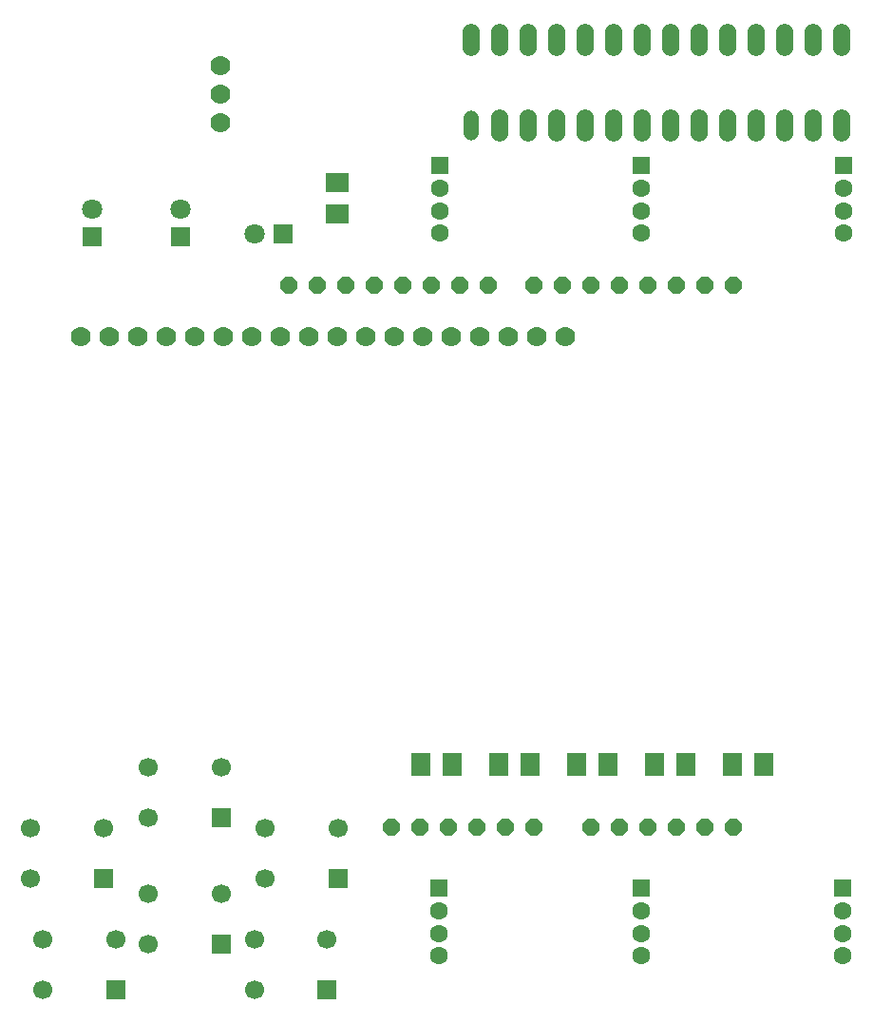
<source format=gbr>
G04 DipTrace 3.3.1.3*
G04 TopMask.gbr*
%MOIN*%
G04 #@! TF.FileFunction,Soldermask,Top*
G04 #@! TF.Part,Single*
%AMOUTLINE0*
4,1,20,
-0.02608,0.026058,
-0.024514,0.034979,
-0.019993,0.042827,
-0.013059,0.048655,
-0.004551,0.05176,
0.004507,0.051768,
0.01302,0.048677,
0.019963,0.042861,
0.0245,0.035021,
0.02608,0.026102,
0.02608,-0.026058,
0.024514,-0.034979,
0.019993,-0.042827,
0.013059,-0.048655,
0.004551,-0.05176,
-0.004507,-0.051768,
-0.01302,-0.048677,
-0.019963,-0.042861,
-0.0245,-0.035021,
-0.02608,-0.026102,
-0.02608,0.026058,
0*%
%AMOUTLINE1*
4,1,20,
-0.03002,0.026401,
-0.028275,0.036344,
-0.02306,0.045396,
-0.015062,0.052118,
-0.005249,0.055699,
0.005198,0.055708,
0.015017,0.052144,
0.023026,0.045435,
0.028258,0.036393,
0.03002,0.026449,
0.03002,-0.026401,
0.028275,-0.036344,
0.02306,-0.045396,
0.015062,-0.052118,
0.005249,-0.055699,
-0.005198,-0.055708,
-0.015017,-0.052144,
-0.023026,-0.045435,
-0.028258,-0.036393,
-0.03002,-0.026449,
-0.03002,0.026401,
0*%
%AMOUTLINE3*
4,1,8,
0.030488,-0.012629,
0.012629,-0.030488,
-0.012629,-0.030488,
-0.030488,-0.012629,
-0.030488,0.012629,
-0.012629,0.030488,
0.012629,0.030488,
0.030488,0.012629,
0.030488,-0.012629,
0*%
%ADD27C,0.07*%
%ADD28R,0.066929X0.066929*%
%ADD29C,0.066929*%
%ADD44R,0.078746X0.070872*%
%ADD46R,0.070872X0.078746*%
%ADD48C,0.070872*%
%ADD50C,0.070872*%
%ADD52R,0.070872X0.070872*%
%ADD54C,0.062998*%
%ADD56R,0.062998X0.062998*%
%ADD62OUTLINE0*%
%ADD63OUTLINE1*%
%ADD65OUTLINE3*%
%FSLAX26Y26*%
G04*
G70*
G90*
G75*
G01*
G04 TopMask*
%LPD*%
D56*
X2600629Y839920D3*
D54*
Y761180D3*
Y682440D3*
Y603700D3*
D56*
X2601968Y3373700D3*
D54*
Y3294960D3*
Y3216220D3*
Y3137480D3*
D52*
X1343700Y3133700D3*
D50*
X1243700D3*
D56*
X1892361Y839920D3*
D54*
Y761180D3*
Y682440D3*
Y603700D3*
D56*
X1893700Y3373700D3*
D54*
Y3294960D3*
Y3216220D3*
Y3137480D3*
D56*
X3308897Y839920D3*
D54*
Y761180D3*
Y682440D3*
Y603700D3*
D56*
X3310235Y3373700D3*
D54*
Y3294960D3*
Y3216220D3*
Y3137480D3*
D52*
X983700Y3123700D3*
D48*
Y3222125D3*
D52*
X673700Y3123700D3*
D48*
Y3222125D3*
D46*
X2922046Y1273700D3*
X3032283D3*
X2648818D3*
X2759054D3*
X2375590D3*
X2485826D3*
X2102361D3*
X2212598D3*
X1829133D3*
X1939369D3*
D44*
X1533700Y3313700D3*
Y3203464D3*
D62*
X2003700Y3513700D3*
D63*
X2103700D3*
X2203700D3*
X2303700D3*
X2403700D3*
X2503700D3*
X2603700D3*
X2703700D3*
X2803700D3*
X2903700D3*
X3003700D3*
X3103700D3*
X3203700D3*
X3303700D3*
Y3813700D3*
X3203700D3*
X3103700D3*
X3003700D3*
X2903700D3*
X2803700D3*
X2703700D3*
X2603700D3*
X2503700D3*
X2403700D3*
X2303700D3*
X2203700D3*
X2103700D3*
X2003700D3*
D65*
X2523700Y2953700D3*
X2423700Y1053700D3*
X2623700Y2953700D3*
X2723700D3*
X2823700D3*
X2923700D3*
X2423700D3*
X2323700D3*
X2223700D3*
X2063700D3*
X1963700D3*
X1863700D3*
X1763700D3*
X1663700D3*
X1563700D3*
X1463700D3*
X1363700D3*
X2523700Y1053700D3*
X2623700D3*
X2723700D3*
X2823700D3*
X2923700D3*
X2223700D3*
X2123700D3*
X2023700D3*
X1923700D3*
X1823700D3*
X1723700D3*
D27*
X634015Y2774172D3*
X734015D3*
X834015D3*
X934015D3*
X1034015D3*
X1134015D3*
X1234015D3*
X1334015D3*
X1434015D3*
X1534015D3*
X1634015D3*
X1734015D3*
X1834015D3*
X1934015D3*
X2034015D3*
X2134015D3*
X2234015D3*
X2334015D3*
X1123700Y3623700D3*
Y3523700D3*
Y3723700D3*
D28*
X713700Y873700D3*
D29*
Y1050865D3*
X457794D3*
Y873700D3*
D28*
X1536535D3*
D29*
Y1050865D3*
X1280629D3*
Y873700D3*
D28*
X1126535Y1087794D3*
D29*
Y1264960D3*
X870629D3*
Y1087794D3*
D28*
X1126535Y643700D3*
D29*
Y820865D3*
X870629D3*
Y643700D3*
D28*
X756535Y483700D3*
D29*
Y660865D3*
X500629D3*
Y483700D3*
D28*
X1499369D3*
D29*
Y660865D3*
X1243464D3*
Y483700D3*
M02*

</source>
